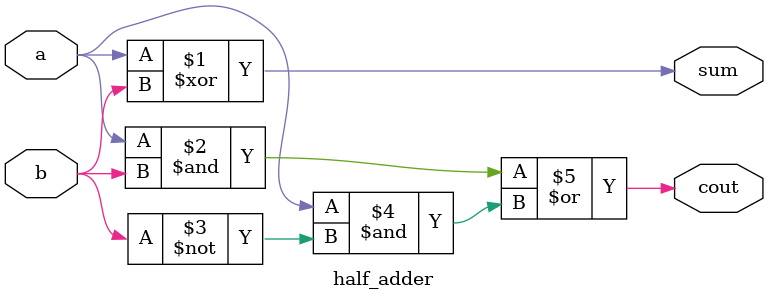
<source format=v>
module half_adder( 
input a, b,
output cout, sum ); 

// First stage of the full adder 
// uses only input a 
assign sum = a ^ b; 

// Second stage of the full adder
// uses input a or b 
assign cout = (a & b) | (a & ~b); 

endmodule

</source>
